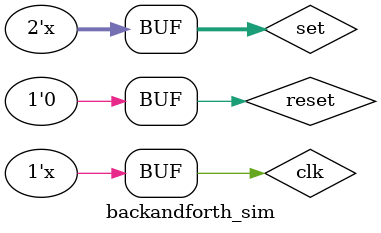
<source format=v>
`timescale 1ns / 1ps


module backandforth_sim(
    );
    reg clk, reset;
    reg [1:0] set;
    wire [15:0] outp;
    backandforth bnf(.clk(clk), .reset(reset), .set(set), .outp(outp));
    
    initial begin
        clk <= 0;
        reset <= 0;
        set <= 0;
        #10 reset <= 1;
        #15 reset <= 0;
    end
    
    always begin
        #10 clk = ~clk;
    end
    always begin
        #520 set <= set + 1;
    end
    
endmodule

</source>
